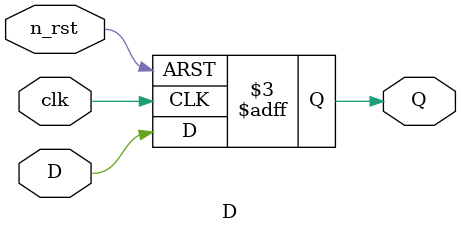
<source format=v>
module D(
  input clk,
  input n_rst,
  input D,
  output reg Q
);

  always @(posedge clk or negedge n_rst) begin
    if (!n_rst)
      Q <= 1'b0; // 리셋 시 Q를 0으로 설정합니다.
    else
      Q <= D; // D 입력을 Q에 복사합니다.
  end
  
endmodule

</source>
